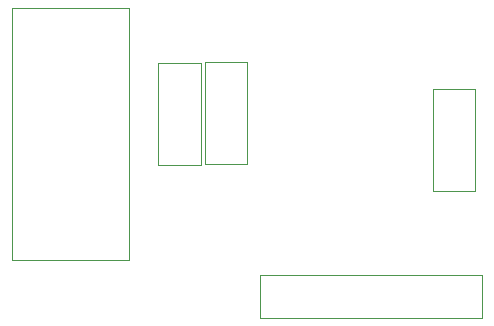
<source format=gbr>
%TF.GenerationSoftware,KiCad,Pcbnew,8.0.2*%
%TF.CreationDate,2025-07-19T08:03:10+07:00*%
%TF.ProjectId,PicoLink,5069636f-4c69-46e6-9b2e-6b696361645f,rev?*%
%TF.SameCoordinates,Original*%
%TF.FileFunction,Other,User*%
%FSLAX46Y46*%
G04 Gerber Fmt 4.6, Leading zero omitted, Abs format (unit mm)*
G04 Created by KiCad (PCBNEW 8.0.2) date 2025-07-19 08:03:10*
%MOMM*%
%LPD*%
G01*
G04 APERTURE LIST*
%ADD10C,0.050000*%
G04 APERTURE END LIST*
D10*
%TO.C,J5*%
X165499999Y-106000000D02*
X146650000Y-106000000D01*
X165500000Y-109600002D02*
X165499999Y-106000000D01*
X146650000Y-106000000D02*
X146650000Y-109600000D01*
X146650000Y-109600000D02*
X165500000Y-109600002D01*
%TO.C,J1*%
X164899998Y-98840004D02*
X164899999Y-90190003D01*
X161299998Y-98840002D02*
X164899998Y-98840004D01*
X164899999Y-90190003D02*
X161299999Y-90190003D01*
X161299999Y-90190003D02*
X161299998Y-98840002D01*
%TO.C,J4*%
X138050000Y-87975000D02*
X138050000Y-96625000D01*
X138050000Y-96625000D02*
X141650000Y-96625000D01*
X141650000Y-87975000D02*
X138050000Y-87975000D01*
X141650000Y-96625000D02*
X141650000Y-87975000D01*
%TO.C,J3*%
X125680000Y-83320000D02*
X125680000Y-104680000D01*
X125680000Y-104680000D02*
X135580000Y-104680000D01*
X135580000Y-83320000D02*
X125680000Y-83320000D01*
X135580000Y-104680000D02*
X135580000Y-83320000D01*
%TO.C,J7*%
X142000000Y-87960000D02*
X142000000Y-96610000D01*
X142000000Y-96610000D02*
X145600000Y-96610000D01*
X145600000Y-87960000D02*
X142000000Y-87960000D01*
X145600000Y-96610000D02*
X145600000Y-87960000D01*
%TD*%
M02*

</source>
